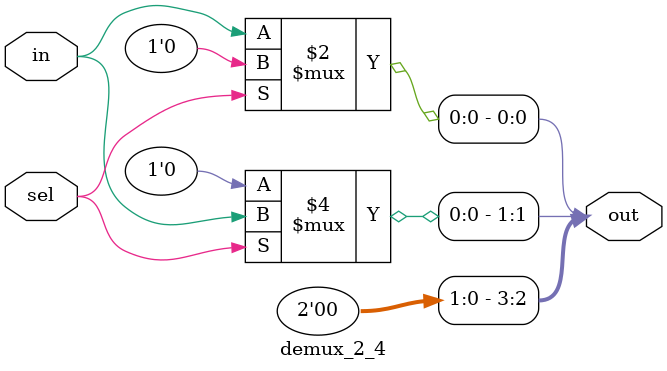
<source format=v>
`timescale 1ns / 1ps
module demux_2_4(
  input sel,
  input in,
  output [3:0] out
);
  assign out[0] = (sel == 0) ? in : 1'b0;
  assign out[1] = (sel == 1) ? in : 1'b0;
  assign out[2] = (sel == 2) ? in : 1'b0;
  assign out[3] = (sel == 3) ? in : 1'b0;
endmodule


</source>
